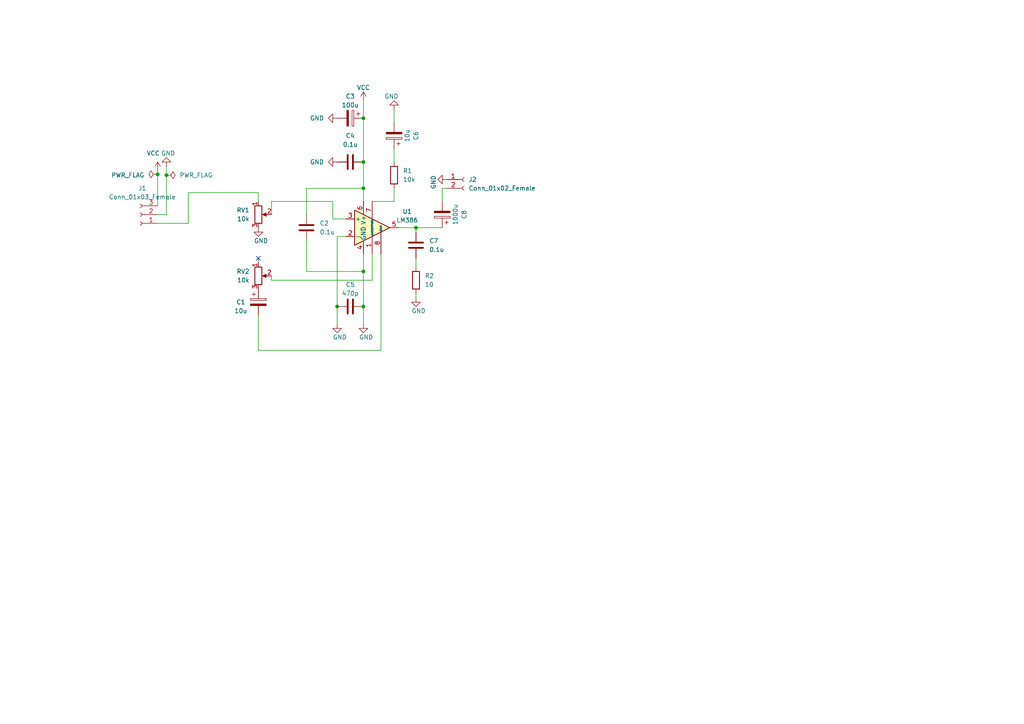
<source format=kicad_sch>
(kicad_sch (version 20211123) (generator eeschema)
  (paper "A4")
  (lib_symbols
    (symbol "Amplifier_Audio:LM386" (pin_names (offset 0.127))
      (property "Reference" "U" (at 1.27 7.62 0))
      (property "Value" "LM386" (at 1.27 5.08 0))
      (symbol "LM386_0_1"
        (polyline (pts (xy 5.08 0) (xy -5.08 5.08) (xy -5.08 -5.08) (xy 5.08 0)) (stroke (width 0.254)) (fill (type background)))
      )
      (symbol "LM386_1_1"
        (pin input line (at 0 -7.62 90) (length 5.08) (name "GAIN") (number "1"))
        (pin input line (at -7.62 -2.54 0) (length 2.54) (name "-") (number "2"))
        (pin input line (at -7.62 2.54 0) (length 2.54) (name "+") (number "3"))
        (pin power_in line (at -2.54 -7.62 90) (length 3.81) (name "GND") (number "4"))
        (pin output line (at 7.62 0 180) (length 2.54) (name "~") (number "5"))
        (pin power_in line (at -2.54 7.62 270) (length 3.81) (name "V+") (number "6"))
        (pin input line (at 0 7.62 270) (length 5.08) (name "BYPASS") (number "7"))
        (pin input line (at 2.54 -7.62 90) (length 6.35) (name "GAIN") (number "8"))
      )
    )
    (symbol "Connector:Conn_01x02_Female" (pin_names (offset 1.016) hide)
      (property "Reference" "J" (at 0 2.54 0))
      (property "Value" "Conn_01x02_Female" (at 0 -5.08 0))
      (symbol "Conn_01x02_Female_1_1"
        (arc (start 0 -2.032) (mid -0.508 -2.54) (end 0 -3.048) (stroke (width 0.1524)))
        (polyline (pts (xy -1.27 -2.54) (xy -0.508 -2.54)) (stroke (width 0.1524)))
        (polyline (pts (xy -1.27 0) (xy -0.508 0)) (stroke (width 0.1524)))
        (arc (start 0 0.508) (mid -0.508 0) (end 0 -0.508) (stroke (width 0.1524)))
        (pin passive line (at -5.08 0 0) (length 3.81) (name "Pin_1") (number "1"))
        (pin passive line (at -5.08 -2.54 0) (length 3.81) (name "Pin_2") (number "2"))
      )
    )
    (symbol "Connector:Conn_01x03_Female" (pin_names (offset 1.016) hide)
      (property "Reference" "J" (at 0 5.08 0))
      (property "Value" "Conn_01x03_Female" (at 0 -5.08 0))
      (symbol "Conn_01x03_Female_1_1"
        (arc (start 0 -2.032) (mid -0.508 -2.54) (end 0 -3.048) (stroke (width 0.1524)))
        (polyline (pts (xy -1.27 -2.54) (xy -0.508 -2.54)) (stroke (width 0.1524)))
        (polyline (pts (xy -1.27 0) (xy -0.508 0)) (stroke (width 0.1524)))
        (polyline (pts (xy -1.27 2.54) (xy -0.508 2.54)) (stroke (width 0.1524)))
        (arc (start 0 0.508) (mid -0.508 0) (end 0 -0.508) (stroke (width 0.1524)))
        (arc (start 0 3.048) (mid -0.508 2.54) (end 0 2.032) (stroke (width 0.1524)))
        (pin passive line (at -5.08 2.54 0) (length 3.81) (name "Pin_1") (number "1"))
        (pin passive line (at -5.08 0 0) (length 3.81) (name "Pin_2") (number "2"))
        (pin passive line (at -5.08 -2.54 0) (length 3.81) (name "Pin_3") (number "3"))
      )
    )
    (symbol "Device:C" (pin_numbers hide) (pin_names (offset 0.254))
      (property "Reference" "C" (at 0.635 2.54 0))
      (property "Value" "C" (at 0.635 -2.54 0))
      (symbol "C_0_1"
        (polyline (pts (xy -2.032 -0.762) (xy 2.032 -0.762)) (stroke (width 0.508)))
        (polyline (pts (xy -2.032 0.762) (xy 2.032 0.762)) (stroke (width 0.508)))
      )
      (symbol "C_1_1"
        (pin passive line (at 0 3.81 270) (length 2.794) (name "~") (number "1"))
        (pin passive line (at 0 -3.81 90) (length 2.794) (name "~") (number "2"))
      )
    )
    (symbol "Device:C_Polarized" (pin_numbers hide) (pin_names (offset 0.254))
      (property "Reference" "C" (at 0.635 2.54 0))
      (property "Value" "C_Polarized" (at 0.635 -2.54 0))
      (symbol "C_Polarized_0_1"
        (rectangle (start -2.286 0.508) (end 2.286 1.016))
        (polyline (pts (xy -1.778 2.286) (xy -0.762 2.286)))
        (polyline (pts (xy -1.27 2.794) (xy -1.27 1.778)))
        (rectangle (start 2.286 -0.508) (end -2.286 -1.016) (fill (type outline)))
      )
      (symbol "C_Polarized_1_1"
        (pin passive line (at 0 3.81 270) (length 2.794) (name "~") (number "1"))
        (pin passive line (at 0 -3.81 90) (length 2.794) (name "~") (number "2"))
      )
    )
    (symbol "Device:R" (pin_numbers hide) (pin_names (offset 0))
      (property "Reference" "R" (at 2.032 0 90))
      (property "Value" "R" (at 0 0 90))
      (symbol "R_0_1"
        (rectangle (start -1.016 -2.54) (end 1.016 2.54) (stroke (width 0.254)))
      )
      (symbol "R_1_1"
        (pin passive line (at 0 3.81 270) (length 1.27) (name "~") (number "1"))
        (pin passive line (at 0 -3.81 90) (length 1.27) (name "~") (number "2"))
      )
    )
    (symbol "Device:R_Potentiometer" (pin_names (offset 1.016) hide)
      (property "Reference" "RV" (at -4.445 0 90))
      (property "Value" "R_Potentiometer" (at -2.54 0 90))
      (symbol "R_Potentiometer_0_1"
        (polyline (pts (xy 2.54 0) (xy 1.524 0)))
        (polyline (pts (xy 1.143 0) (xy 2.286 0.508) (xy 2.286 -0.508) (xy 1.143 0)) (fill (type outline)))
        (rectangle (start 1.016 2.54) (end -1.016 -2.54) (stroke (width 0.254)))
      )
      (symbol "R_Potentiometer_1_1"
        (pin passive line (at 0 3.81 270) (length 1.27) (name "1") (number "1"))
        (pin passive line (at 3.81 0 180) (length 1.27) (name "2") (number "2"))
        (pin passive line (at 0 -3.81 90) (length 1.27) (name "3") (number "3"))
      )
    )
    (symbol "power:GND" (power) (pin_names (offset 0))
      (property "Value" "GND" (at 0 -3.81 0))
      (symbol "GND_0_1"
        (polyline (pts (xy 0 0) (xy 0 -1.27) (xy 1.27 -1.27) (xy 0 -2.54) (xy -1.27 -1.27) (xy 0 -1.27)))
      )
      (symbol "GND_1_1"
        (pin power_in line (at 0 0 270) (length 0) hide (name "GND") (number "1"))
      )
    )
    (symbol "power:PWR_FLAG" (power) (pin_numbers hide) (pin_names (offset 0) hide)
      (property "Value" "PWR_FLAG" (at 0 3.81 0))
      (symbol "PWR_FLAG_0_0"
        (pin power_out line (at 0 0 90) (length 0) (name "pwr") (number "1"))
      )
      (symbol "PWR_FLAG_0_1"
        (polyline (pts (xy 0 0) (xy 0 1.27) (xy -1.016 1.905) (xy 0 2.54) (xy 1.016 1.905) (xy 0 1.27)))
      )
    )
    (symbol "power:VCC" (power) (pin_names (offset 0))
      (property "Value" "VCC" (at 0 3.81 0))
      (symbol "VCC_0_1"
        (polyline (pts (xy -0.762 1.27) (xy 0 2.54)))
        (polyline (pts (xy 0 0) (xy 0 2.54)))
        (polyline (pts (xy 0 2.54) (xy 0.762 1.27)))
      )
      (symbol "VCC_1_1"
        (pin power_in line (at 0 0 90) (length 0) hide (name "VCC") (number "1"))
      )
    )
  )
  (junction (at 105.41 34.29))
  (junction (at 105.41 46.99))
  (junction (at 120.65 66.04))
  (junction (at 48.26 50.8))
  (junction (at 97.79 88.9))
  (junction (at 105.41 78.74))
  (junction (at 105.41 88.9))
  (junction (at 105.41 54.61))
  (junction (at 45.72 50.5661))
  (no_connect (at 74.93 74.93))
  (wire (pts (xy 105.41 78.74) (xy 105.41 88.9)))
  (wire (pts (xy 114.3 43.18) (xy 114.3 46.99)))
  (wire (pts (xy 114.3 54.61) (xy 114.3 58.42)))
  (wire (pts (xy 128.27 54.61) (xy 129.54 54.61)))
  (wire (pts (xy 88.9 62.23) (xy 88.9 54.61)))
  (wire (pts (xy 48.26 48.26) (xy 48.26 50.8)))
  (wire (pts (xy 105.41 46.99) (xy 105.41 54.61)))
  (wire (pts (xy 110.49 73.66) (xy 110.49 101.6)))
  (wire (pts (xy 48.26 50.8) (xy 48.26 62.23)))
  (wire (pts (xy 88.9 54.61) (xy 105.41 54.61)))
  (wire (pts (xy 48.26 62.23) (xy 45.72 62.23)))
  (wire (pts (xy 120.65 66.04) (xy 120.65 67.31)))
  (wire (pts (xy 120.65 85.09) (xy 120.65 86.36)))
  (wire (pts (xy 54.61 55.88) (xy 74.93 55.88)))
  (wire (pts (xy 105.41 54.61) (xy 105.41 58.42)))
  (wire (pts (xy 45.72 64.77) (xy 54.61 64.77)))
  (wire (pts (xy 97.79 88.9) (xy 97.79 68.58)))
  (wire (pts (xy 107.95 73.66) (xy 107.95 81.28)))
  (wire (pts (xy 54.61 64.77) (xy 54.61 55.88)))
  (wire (pts (xy 97.79 68.58) (xy 100.33 68.58)))
  (wire (pts (xy 97.79 88.9) (xy 97.79 93.98)))
  (wire (pts (xy 100.33 63.5) (xy 96.52 63.5)))
  (wire (pts (xy 105.41 78.74) (xy 88.9 78.74)))
  (wire (pts (xy 88.9 78.74) (xy 88.9 69.85)))
  (wire (pts (xy 78.74 81.28) (xy 78.74 80.01)))
  (wire (pts (xy 105.41 73.66) (xy 105.41 78.74)))
  (wire (pts (xy 45.72 49.53) (xy 45.72 50.5661)))
  (wire (pts (xy 105.41 34.29) (xy 105.41 46.99)))
  (wire (pts (xy 110.49 101.6) (xy 74.93 101.6)))
  (wire (pts (xy 74.93 74.93) (xy 74.93 76.2)))
  (wire (pts (xy 114.3 31.75) (xy 114.3 35.56)))
  (wire (pts (xy 107.95 81.28) (xy 78.74 81.28)))
  (wire (pts (xy 74.93 101.6) (xy 74.93 91.44)))
  (wire (pts (xy 120.65 74.93) (xy 120.65 77.47)))
  (wire (pts (xy 114.3 58.42) (xy 107.95 58.42)))
  (wire (pts (xy 115.57 66.04) (xy 120.65 66.04)))
  (wire (pts (xy 45.72 50.5661) (xy 45.72 59.69)))
  (wire (pts (xy 74.93 55.88) (xy 74.93 58.42)))
  (wire (pts (xy 105.41 29.21) (xy 105.41 34.29)))
  (wire (pts (xy 96.52 63.5) (xy 96.52 58.42)))
  (wire (pts (xy 128.27 58.42) (xy 128.27 54.61)))
  (wire (pts (xy 105.41 88.9) (xy 105.41 93.98)))
  (wire (pts (xy 96.52 58.42) (xy 78.74 58.42)))
  (wire (pts (xy 128.27 66.04) (xy 120.65 66.04)))
  (wire (pts (xy 78.74 58.42) (xy 78.74 62.23)))
  (symbol (lib_id "power:GND") (at 105.41 93.98 0) (unit 1)
    (property "Reference" "#PWR08" (effects hide))
    (property "Value" "GND" (at 104.14 97.79 0) (effects (justify left)))
  )
  (symbol (lib_id "Device:R_Potentiometer") (at 74.93 62.23 0) (unit 1)
    (property "Reference" "RV1" (at 72.39 60.9599 0) (effects (justify right)))
    (property "Value" "10k" (at 72.39 63.4999 0) (effects (justify right)))
    (property "Footprint" "Potentiometer_THT:Potentiometer_Alps_RK09Y11_Single_Horizontal" (effects hide))
  )
  (symbol (lib_id "power:PWR_FLAG") (at 48.26 50.8 270) (unit 1)
    (property "Reference" "#FLG0102" (effects hide))
    (property "Value" "PWR_FLAG" (at 52.07 50.8 90) (effects (justify left)))
  )
  (symbol (lib_id "power:GND") (at 129.54 52.07 270) (unit 1)
    (property "Reference" "#PWR0101" (effects hide))
    (property "Value" "GND" (at 125.73 50.8 0) (effects (justify left)))
  )
  (symbol (lib_id "power:PWR_FLAG") (at 45.72 50.5661 90) (unit 1)
    (property "Reference" "#FLG0101" (effects hide))
    (property "Value" "PWR_FLAG" (at 41.91 50.8 90) (effects (justify left)))
  )
  (symbol (lib_id "Device:C") (at 120.65 71.12 180) (unit 1)
    (property "Reference" "C7" (at 124.46 69.8499 0) (effects (justify right)))
    (property "Value" "0.1u" (at 124.46 72.3899 0) (effects (justify right)))
    (property "Footprint" "Capacitor_THT:CP_Radial_D6.3mm_P2.50mm" (effects hide))
  )
  (symbol (lib_id "Device:C") (at 88.9 66.04 180) (unit 1)
    (property "Reference" "C2" (at 92.71 64.7699 0) (effects (justify right)))
    (property "Value" "0.1u" (at 92.71 67.3099 0) (effects (justify right)))
    (property "Footprint" "Capacitor_THT:CP_Radial_D6.3mm_P2.50mm" (effects hide))
  )
  (symbol (lib_id "Device:C") (at 101.6 88.9 90) (unit 1)
    (property "Reference" "C5" (at 101.6 82.55 90))
    (property "Value" "470p" (at 101.6 85.09 90))
    (property "Footprint" "Capacitor_THT:CP_Radial_D6.3mm_P2.50mm" (effects hide))
  )
  (symbol (lib_id "Connector:Conn_01x02_Female") (at 134.62 52.07 0) (unit 1)
    (property "Reference" "J2" (at 135.89 52.0699 0) (effects (justify left)))
    (property "Value" "Conn_01x02_Female" (at 135.89 54.6099 0) (effects (justify left)))
    (property "Footprint" "Connector_PinSocket_2.54mm:PinSocket_1x02_P2.54mm_Vertical" (effects hide))
  )
  (symbol (lib_id "power:GND") (at 97.79 46.99 270) (unit 1)
    (property "Reference" "#PWR05" (effects hide))
    (property "Value" "GND" (at 93.98 46.9899 90) (effects (justify right)))
  )
  (symbol (lib_id "Device:C_Polarized") (at 114.3 39.37 180) (unit 1)
    (property "Reference" "C6" (at 120.65 39.37 90))
    (property "Value" "10u" (at 118.11 39.37 90))
    (property "Footprint" "Capacitor_THT:CP_Radial_D6.3mm_P2.50mm" (effects hide))
  )
  (symbol (lib_id "power:GND") (at 48.26 48.26 180) (unit 1)
    (property "Reference" "#PWR02" (effects hide))
    (property "Value" "GND" (at 50.8 44.45 0) (effects (justify left)))
  )
  (symbol (lib_id "power:VCC") (at 45.72 49.53 0) (unit 1)
    (property "Reference" "#PWR01" (effects hide))
    (property "Value" "VCC" (at 44.45 44.45 0))
  )
  (symbol (lib_id "power:GND") (at 97.79 93.98 0) (unit 1)
    (property "Reference" "#PWR06" (effects hide))
    (property "Value" "GND" (at 96.52 97.79 0) (effects (justify left)))
  )
  (symbol (lib_id "Device:C") (at 101.6 46.99 90) (unit 1)
    (property "Reference" "C4" (at 101.6 39.37 90))
    (property "Value" "0.1u" (at 101.6 41.91 90))
    (property "Footprint" "Capacitor_THT:CP_Radial_D6.3mm_P2.50mm" (effects hide))
  )
  (symbol (lib_id "Amplifier_Audio:LM386") (at 107.95 66.04 0) (unit 1)
    (property "Reference" "U1" (at 118.11 61.341 0))
    (property "Value" "LM386" (at 118.11 63.881 0))
    (property "Footprint" "Package_DIP:DIP-8_W7.62mm_Socket" (effects hide))
    (property "Datasheet" "http://www.ti.com/lit/ds/symlink/lm386.pdf" (effects hide))
  )
  (symbol (lib_id "Device:C_Polarized") (at 101.6 34.29 270) (unit 1)
    (property "Reference" "C3" (at 101.6 27.94 90))
    (property "Value" "100u" (at 101.6 30.48 90))
    (property "Footprint" "Capacitor_THT:CP_Radial_D6.3mm_P2.50mm" (effects hide))
  )
  (symbol (lib_id "power:GND") (at 114.3 31.75 180) (unit 1)
    (property "Reference" "#PWR09" (effects hide))
    (property "Value" "GND" (at 115.57 27.94 0) (effects (justify left)))
  )
  (symbol (lib_id "Device:R") (at 120.65 81.28 0) (unit 1)
    (property "Reference" "R2" (at 123.19 80.0099 0) (effects (justify left)))
    (property "Value" "10" (at 123.19 82.5499 0) (effects (justify left)))
    (property "Footprint" "Resistor_THT:R_Axial_DIN0207_L6.3mm_D2.5mm_P7.62mm_Horizontal" (effects hide))
  )
  (symbol (lib_id "power:GND") (at 120.65 86.36 0) (unit 1)
    (property "Reference" "#PWR010" (effects hide))
    (property "Value" "GND" (at 119.38 90.17 0) (effects (justify left)))
  )
  (symbol (lib_id "power:VCC") (at 105.41 29.21 0) (unit 1)
    (property "Reference" "#PWR07" (effects hide))
    (property "Value" "VCC" (at 105.41 25.4 0))
  )
  (symbol (lib_id "Device:R_Potentiometer") (at 74.93 80.01 0) (unit 1)
    (property "Reference" "RV2" (at 72.39 78.7399 0) (effects (justify right)))
    (property "Value" "10k" (at 72.39 81.2799 0) (effects (justify right)))
    (property "Footprint" "Potentiometer_THT:Potentiometer_Alps_RK09Y11_Single_Horizontal" (effects hide))
  )
  (symbol (lib_id "Device:C_Polarized") (at 74.93 87.63 0) (unit 1)
    (property "Reference" "C1" (at 69.85 87.63 0))
    (property "Value" "10u" (at 69.85 90.17 0))
    (property "Footprint" "Capacitor_THT:CP_Radial_D6.3mm_P2.50mm" (effects hide))
  )
  (symbol (lib_id "Device:R") (at 114.3 50.8 0) (unit 1)
    (property "Reference" "R1" (at 116.84 49.5299 0) (effects (justify left)))
    (property "Value" "10k" (at 116.84 52.0699 0) (effects (justify left)))
    (property "Footprint" "Resistor_THT:R_Axial_DIN0207_L6.3mm_D2.5mm_P7.62mm_Horizontal" (effects hide))
  )
  (symbol (lib_id "power:GND") (at 74.93 66.04 0) (unit 1)
    (property "Reference" "#PWR03" (effects hide))
    (property "Value" "GND" (at 73.66 69.85 0) (effects (justify left)))
  )
  (symbol (lib_id "power:GND") (at 97.79 34.29 270) (unit 1)
    (property "Reference" "#PWR04" (effects hide))
    (property "Value" "GND" (at 93.98 34.2899 90) (effects (justify right)))
  )
  (symbol (lib_id "Connector:Conn_01x03_Female") (at 40.64 62.23 180) (unit 1)
    (property "Reference" "J1" (at 41.275 54.61 0))
    (property "Value" "Conn_01x03_Female" (at 41.275 57.15 0))
    (property "Footprint" "Connector_PinSocket_2.54mm:PinSocket_1x03_P2.54mm_Vertical" (effects hide))
  )
  (symbol (lib_id "Device:C_Polarized") (at 128.27 62.23 180) (unit 1)
    (property "Reference" "C8" (at 134.62 62.23 90))
    (property "Value" "1000u" (at 132.08 62.23 90))
    (property "Footprint" "Capacitor_THT:CP_Radial_D6.3mm_P2.50mm" (effects hide))
  )
)
</source>
